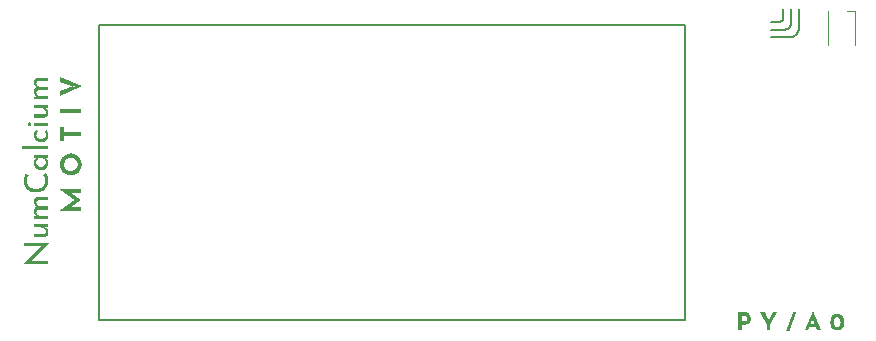
<source format=gbr>
%TF.GenerationSoftware,KiCad,Pcbnew,8.0.5-8.0.5-0~ubuntu22.04.1*%
%TF.CreationDate,2024-11-26T13:48:27+00:00*%
%TF.ProjectId,numcalcium,6e756d63-616c-4636-9975-6d2e6b696361,rev?*%
%TF.SameCoordinates,Original*%
%TF.FileFunction,Legend,Top*%
%TF.FilePolarity,Positive*%
%FSLAX46Y46*%
G04 Gerber Fmt 4.6, Leading zero omitted, Abs format (unit mm)*
G04 Created by KiCad (PCBNEW 8.0.5-8.0.5-0~ubuntu22.04.1) date 2024-11-26 13:48:27*
%MOMM*%
%LPD*%
G01*
G04 APERTURE LIST*
%ADD10C,0.211666*%
%ADD11C,0.150000*%
%ADD12C,0.350000*%
%ADD13C,0.400000*%
%ADD14C,0.250000*%
%ADD15C,0.120000*%
G04 APERTURE END LIST*
D10*
X64166750Y31046208D02*
X65241620Y31046208D01*
X65134456Y31852093D02*
X65146238Y31867086D01*
X66344089Y30709708D02*
X66370599Y30743442D01*
X65835860Y31440099D02*
X65847407Y31469386D01*
X65719001Y31257501D02*
X65739272Y31280902D01*
X65549026Y31124048D02*
X65576033Y31139577D01*
X65177182Y31915368D02*
X65185947Y31932481D01*
X65217020Y32024558D02*
X65220510Y32044102D01*
X65207240Y31986524D02*
X65212588Y32005357D01*
X65212588Y32005357D02*
X65217020Y32024558D01*
X65121982Y31837693D02*
X65134456Y31852093D01*
X66395495Y30778452D02*
X66418722Y30814682D01*
X65675249Y31213749D02*
X65697647Y31235103D01*
X65492651Y31096890D02*
X65521218Y31109805D01*
X65371593Y31059311D02*
X65402795Y31066513D01*
X65885702Y31657943D02*
X65886542Y31691130D01*
X65602200Y31156352D02*
X65627485Y31174333D01*
X65201001Y31968084D02*
X65207240Y31986524D01*
X65241620Y31046208D02*
X65274807Y31047048D01*
X66002615Y30454924D02*
X66042170Y30472807D01*
X64982689Y31738855D02*
X65000269Y31746803D01*
X64828208Y31707667D02*
X64848631Y31708183D01*
X66080673Y30492527D02*
X66118068Y30514028D01*
X65433398Y31075203D02*
X65463364Y31085343D01*
X65878198Y30412863D02*
X65920573Y30424896D01*
X66548000Y31277719D02*
X66548000Y32766000D01*
X65157303Y31882646D02*
X65167626Y31898748D01*
X65185947Y31932481D02*
X65193895Y31950061D01*
X65739272Y31280902D02*
X65758417Y31305265D01*
X65962064Y30438935D02*
X66002615Y30454924D01*
X65822945Y31411532D02*
X65835860Y31440099D01*
X66507854Y31012177D02*
X66519887Y31054552D01*
X65793173Y31356717D02*
X65808702Y31383724D01*
X66042170Y30472807D02*
X66080673Y30492527D01*
X66529858Y31097755D02*
X66537711Y31141729D01*
X64868786Y31709716D02*
X64888648Y31712240D01*
X66316023Y30677307D02*
X66344089Y30709708D01*
X65576033Y31139577D02*
X65602200Y31156352D01*
X66440223Y30852077D02*
X66459943Y30890580D01*
X65886542Y31691130D02*
X65886542Y32766000D01*
X65873439Y31561157D02*
X65879111Y31592916D01*
X64946226Y31725510D02*
X64964666Y31731749D01*
X66493815Y30970686D02*
X66507854Y31012177D01*
X65655031Y30384750D02*
X65700983Y30385912D01*
X66154298Y30537255D02*
X66189308Y30562151D01*
X64927393Y31720162D02*
X64946226Y31725510D01*
X65700983Y30385912D02*
X65746332Y30389360D01*
X64964666Y31731749D02*
X64982689Y31738855D01*
X65746332Y30389360D02*
X65791021Y30395039D01*
X65883212Y31625191D02*
X65885702Y31657943D01*
X64166750Y31707667D02*
X64828208Y31707667D01*
X66543390Y31186418D02*
X66546838Y31231767D01*
X66286455Y30646295D02*
X66316023Y30677307D01*
X66459943Y30890580D02*
X66477826Y30930135D01*
X65402795Y31066513D02*
X65433398Y31075203D01*
X65857547Y31499352D02*
X65866237Y31529955D01*
X65274807Y31047048D02*
X65307559Y31049538D01*
X66418722Y30814682D02*
X66440223Y30852077D01*
X66477826Y30930135D02*
X66493815Y30970686D01*
X65339834Y31053639D02*
X65371593Y31059311D01*
X65000269Y31746803D02*
X65017382Y31755568D01*
X66118068Y30514028D02*
X66154298Y30537255D01*
X65050104Y31775447D02*
X65065664Y31786512D01*
X65034002Y31765124D02*
X65050104Y31775447D01*
X65651848Y31193478D02*
X65675249Y31213749D01*
X65697647Y31235103D02*
X65719001Y31257501D01*
X65463364Y31085343D02*
X65492651Y31096890D01*
X66223042Y30588661D02*
X66255443Y30616727D01*
X65776398Y31330550D02*
X65793173Y31356717D01*
X65758417Y31305265D02*
X65776398Y31330550D01*
X64166750Y30384750D02*
X65655031Y30384750D01*
X65225083Y32104542D02*
X65225083Y32766000D01*
X65521218Y31109805D02*
X65549026Y31124048D01*
X65307559Y31049538D02*
X65339834Y31053639D01*
X66546838Y31231767D02*
X66548000Y31277719D01*
X66537711Y31141729D02*
X66543390Y31186418D01*
X64848631Y31708183D02*
X64868786Y31709716D01*
X66519887Y31054552D02*
X66529858Y31097755D01*
X65167626Y31898748D02*
X65177182Y31915368D01*
X65065664Y31786512D02*
X65080657Y31798294D01*
X66189308Y30562151D02*
X66223042Y30588661D01*
X65866237Y31529955D02*
X65873439Y31561157D01*
X64888648Y31712240D02*
X64908192Y31715730D01*
X65224567Y32084119D02*
X65225083Y32104542D01*
X65108841Y31823909D02*
X65121982Y31837693D01*
X65879111Y31592916D02*
X65883212Y31625191D01*
X65627485Y31174333D02*
X65651848Y31193478D01*
X65808702Y31383724D02*
X65822945Y31411532D01*
X65223034Y32063964D02*
X65224567Y32084119D01*
X66255443Y30616727D02*
X66286455Y30646295D01*
X65920573Y30424896D02*
X65962064Y30438935D01*
X65095057Y31810768D02*
X65108841Y31823909D01*
D11*
X7249601Y31448243D02*
X56906601Y31448243D01*
X56906601Y6429243D01*
X7249601Y6429243D01*
X7249601Y31448243D01*
D10*
X65834995Y30402892D02*
X65878198Y30412863D01*
X65225083Y32766000D02*
X65223034Y32063964D01*
X65847407Y31469386D02*
X65857547Y31499352D01*
X65146238Y31867086D02*
X65157303Y31882646D01*
X65193895Y31950061D02*
X65201001Y31968084D01*
X65791021Y30395039D02*
X65834995Y30402892D01*
X65017382Y31755568D02*
X65034002Y31765124D01*
X65080657Y31798294D02*
X65095057Y31810768D01*
X64908192Y31715730D02*
X64927393Y31720162D01*
X65220510Y32044102D02*
X65223034Y32063964D01*
X66370599Y30743442D02*
X66395495Y30778452D01*
D12*
G36*
X61962585Y7131622D02*
G01*
X62037678Y7122419D01*
X62116629Y7104387D01*
X62188254Y7078340D01*
X62205015Y7070577D01*
X62274602Y7030368D01*
X62334163Y6981872D01*
X62383696Y6925087D01*
X62406882Y6889959D01*
X62440353Y6821006D01*
X62462871Y6745214D01*
X62473690Y6672101D01*
X62476124Y6613720D01*
X62471408Y6536740D01*
X62457260Y6459397D01*
X62447548Y6423577D01*
X62421651Y6354609D01*
X62382898Y6285475D01*
X62357422Y6250653D01*
X62305061Y6196678D01*
X62240850Y6151254D01*
X62191459Y6125723D01*
X62122008Y6100800D01*
X62043254Y6085108D01*
X61964422Y6078878D01*
X61936470Y6078462D01*
X61718117Y6078462D01*
X61718117Y5589000D01*
X61413668Y5589000D01*
X61413668Y6374484D01*
X61718117Y6374484D01*
X61934272Y6374484D01*
X62008361Y6383009D01*
X62049676Y6398665D01*
X62109729Y6444049D01*
X62122217Y6459481D01*
X62156878Y6526119D01*
X62159952Y6536051D01*
X62171676Y6605294D01*
X62164348Y6667210D01*
X62138129Y6738500D01*
X62133940Y6745978D01*
X62083118Y6800548D01*
X62063598Y6813023D01*
X61991785Y6836636D01*
X61936470Y6840500D01*
X61718117Y6840500D01*
X61718117Y6374484D01*
X61413668Y6374484D01*
X61413668Y7134690D01*
X61881882Y7134690D01*
X61962585Y7131622D01*
G37*
G36*
X63830939Y6070036D02*
G01*
X63261976Y7134690D01*
X63637866Y7134690D01*
X64036836Y6332353D01*
X63946711Y6326124D01*
X64339453Y7134690D01*
X64715343Y7134690D01*
X64135388Y6070036D01*
X64135388Y5589000D01*
X63830939Y5589000D01*
X63830939Y6070036D01*
G37*
G36*
X66324048Y7166198D02*
G01*
X66296090Y7090174D01*
X66268132Y7014188D01*
X66240174Y6938241D01*
X66212216Y6862333D01*
X66184257Y6786463D01*
X66156299Y6710632D01*
X66128341Y6634840D01*
X66100383Y6559086D01*
X66072425Y6483371D01*
X66044467Y6407695D01*
X66025828Y6357265D01*
X65997870Y6281683D01*
X65969911Y6206063D01*
X65941953Y6130404D01*
X65913995Y6054706D01*
X65886037Y5978969D01*
X65858079Y5903194D01*
X65830121Y5827380D01*
X65802162Y5751528D01*
X65774204Y5675637D01*
X65746246Y5599707D01*
X65727607Y5549066D01*
X65462726Y5549066D01*
X65490684Y5625021D01*
X65518642Y5700938D01*
X65546600Y5776816D01*
X65574559Y5852656D01*
X65602517Y5928457D01*
X65630475Y6004219D01*
X65658433Y6079943D01*
X65686391Y6155628D01*
X65714350Y6231274D01*
X65742308Y6306882D01*
X65760946Y6357265D01*
X65788905Y6432916D01*
X65816863Y6508605D01*
X65844821Y6584333D01*
X65872779Y6660100D01*
X65900737Y6735905D01*
X65928696Y6811749D01*
X65956654Y6887631D01*
X65984612Y6963552D01*
X66012570Y7039512D01*
X66040528Y7115511D01*
X66059167Y7166198D01*
X66324048Y7166198D01*
G37*
G36*
X67017576Y5589000D02*
G01*
X67714767Y7195507D01*
X67731620Y7195507D01*
X68428811Y5589000D01*
X68076002Y5589000D01*
X67630870Y6718867D01*
X67851055Y6870175D01*
X67317628Y5589000D01*
X67017576Y5589000D01*
G37*
G36*
X67494216Y6147705D02*
G01*
X67958399Y6147705D01*
X68065378Y5891250D01*
X67399694Y5891250D01*
X67494216Y6147705D01*
G37*
G36*
X69867767Y6993922D02*
G01*
X69945494Y6979892D01*
X70019931Y6955905D01*
X70089945Y6921823D01*
X70153897Y6877005D01*
X70206777Y6826944D01*
X70253982Y6767940D01*
X70294389Y6699919D01*
X70324944Y6630992D01*
X70333905Y6606393D01*
X70356220Y6527642D01*
X70369924Y6451363D01*
X70377858Y6369178D01*
X70380067Y6292419D01*
X70377858Y6213181D01*
X70371232Y6138957D01*
X70358248Y6060268D01*
X70339495Y5988129D01*
X70333905Y5971117D01*
X70305099Y5899398D01*
X70266431Y5828888D01*
X70220750Y5768037D01*
X70205678Y5751665D01*
X70146739Y5698555D01*
X70082259Y5656094D01*
X70018832Y5626735D01*
X69945021Y5603999D01*
X69867660Y5590701D01*
X69794251Y5586801D01*
X69720699Y5590916D01*
X69642850Y5604946D01*
X69568204Y5628933D01*
X69498356Y5663180D01*
X69434395Y5707991D01*
X69381358Y5757893D01*
X69334346Y5816898D01*
X69294060Y5884919D01*
X69263554Y5953846D01*
X69254596Y5978445D01*
X69232282Y6057196D01*
X69218577Y6133474D01*
X69210643Y6215660D01*
X69208434Y6292419D01*
X69208488Y6294617D01*
X69525339Y6294617D01*
X69528067Y6217744D01*
X69537263Y6139511D01*
X69548420Y6084690D01*
X69573039Y6014300D01*
X69616020Y5949010D01*
X69630120Y5934481D01*
X69695078Y5894510D01*
X69767002Y5879664D01*
X69792053Y5878794D01*
X69869805Y5887984D01*
X69940436Y5921429D01*
X69955817Y5934481D01*
X70003468Y5995623D01*
X70032393Y6063069D01*
X70038982Y6086522D01*
X70053717Y6161999D01*
X70061249Y6236345D01*
X70063162Y6300845D01*
X70060305Y6377199D01*
X70050671Y6453680D01*
X70038982Y6506376D01*
X70011163Y6578474D01*
X69966571Y6640002D01*
X69955817Y6650357D01*
X69890639Y6689013D01*
X69817612Y6703371D01*
X69792053Y6704212D01*
X69715663Y6695203D01*
X69645553Y6662418D01*
X69630120Y6649624D01*
X69582973Y6590076D01*
X69553060Y6519390D01*
X69548420Y6502346D01*
X69534355Y6429857D01*
X69526782Y6350877D01*
X69525339Y6294617D01*
X69208488Y6294617D01*
X69210538Y6377420D01*
X69216849Y6456109D01*
X69229214Y6538312D01*
X69247074Y6612272D01*
X69252398Y6629474D01*
X69279881Y6701464D01*
X69316875Y6771459D01*
X69360667Y6830936D01*
X69375130Y6846728D01*
X69432617Y6897520D01*
X69496770Y6937057D01*
X69560877Y6963232D01*
X69636884Y6983047D01*
X69709813Y6993924D01*
X69786392Y6998002D01*
X69794251Y6998036D01*
X69867767Y6993922D01*
G37*
D13*
G36*
X5798501Y15726946D02*
G01*
X3921677Y15726946D01*
X3921677Y15729083D01*
X5342865Y16731395D01*
X5308671Y16579232D01*
X3921677Y17578979D01*
X3921677Y17583680D01*
X5798501Y17583680D01*
X5798501Y17228490D01*
X4723099Y17228490D01*
X4906892Y17250716D01*
X5774137Y16640781D01*
X5774137Y16635652D01*
X4906892Y16008619D01*
X4737632Y16069741D01*
X5798501Y16069741D01*
X5798501Y15726946D01*
G37*
G36*
X4993205Y20571140D02*
G01*
X5084166Y20557596D01*
X5172082Y20535023D01*
X5256953Y20503420D01*
X5337763Y20463777D01*
X5413497Y20417080D01*
X5484156Y20363332D01*
X5549739Y20302531D01*
X5609365Y20235826D01*
X5662152Y20164365D01*
X5708100Y20088150D01*
X5747210Y20007180D01*
X5778251Y19922470D01*
X5800424Y19835034D01*
X5813728Y19744875D01*
X5818162Y19651990D01*
X5813728Y19557983D01*
X5800424Y19467022D01*
X5778251Y19379106D01*
X5747210Y19294235D01*
X5708100Y19213425D01*
X5662152Y19137691D01*
X5609365Y19067032D01*
X5549739Y19001449D01*
X5484156Y18941850D01*
X5413497Y18889143D01*
X5337763Y18843328D01*
X5256953Y18804406D01*
X5172082Y18773364D01*
X5084166Y18751192D01*
X4993205Y18737888D01*
X4899198Y18733453D01*
X4807436Y18737888D01*
X4718077Y18751192D01*
X4631123Y18773364D01*
X4546573Y18804406D01*
X4465602Y18843328D01*
X4389387Y18889143D01*
X4317927Y18941850D01*
X4251222Y19001449D01*
X4190341Y19067032D01*
X4136352Y19137691D01*
X4089255Y19213425D01*
X4049050Y19294235D01*
X4016886Y19379106D01*
X3993912Y19467022D01*
X3980128Y19557983D01*
X3975533Y19651990D01*
X3975660Y19654554D01*
X4318755Y19654554D01*
X4324946Y19568802D01*
X4345626Y19481330D01*
X4362780Y19436568D01*
X4404476Y19358977D01*
X4458022Y19289428D01*
X4486733Y19260041D01*
X4555631Y19203868D01*
X4633135Y19158982D01*
X4671808Y19142072D01*
X4760061Y19115228D01*
X4846535Y19102595D01*
X4899198Y19100612D01*
X4987054Y19106622D01*
X5077212Y19126699D01*
X5123596Y19143354D01*
X5204036Y19184002D01*
X5276575Y19235796D01*
X5307389Y19263460D01*
X5366129Y19330339D01*
X5413159Y19405260D01*
X5430915Y19442551D01*
X5459419Y19528238D01*
X5472833Y19612718D01*
X5474940Y19664385D01*
X5467674Y19755194D01*
X5445877Y19840783D01*
X5430915Y19878525D01*
X5389290Y19954862D01*
X5335955Y20022734D01*
X5307389Y20051205D01*
X5238497Y20105647D01*
X5161704Y20149507D01*
X5123596Y20166182D01*
X5036249Y20193303D01*
X4950988Y20206065D01*
X4899198Y20208070D01*
X4809920Y20202059D01*
X4725450Y20184027D01*
X4671808Y20165327D01*
X4590332Y20125308D01*
X4517463Y20074708D01*
X4486733Y20047785D01*
X4427717Y19982778D01*
X4380552Y19909306D01*
X4362780Y19872541D01*
X4334276Y19788108D01*
X4320303Y19698031D01*
X4318755Y19654554D01*
X3975660Y19654554D01*
X3980128Y19744875D01*
X3993912Y19835034D01*
X4016886Y19922470D01*
X4049050Y20007180D01*
X4089255Y20088150D01*
X4136352Y20164365D01*
X4190341Y20235826D01*
X4251222Y20302531D01*
X4317927Y20363332D01*
X4389387Y20417080D01*
X4465602Y20463777D01*
X4546573Y20503420D01*
X4631123Y20535023D01*
X4718077Y20557596D01*
X4807436Y20571140D01*
X4899198Y20575655D01*
X4993205Y20571140D01*
G37*
G36*
X3995194Y21603612D02*
G01*
X3995194Y22818781D01*
X4338417Y22818781D01*
X4338417Y22380243D01*
X5798501Y22380243D01*
X5798501Y22025053D01*
X4338417Y22025053D01*
X4338417Y21603612D01*
X3995194Y21603612D01*
G37*
G36*
X3995194Y23955732D02*
G01*
X3995194Y24310922D01*
X5798501Y24310922D01*
X5798501Y23955732D01*
X3995194Y23955732D01*
G37*
G36*
X3995194Y25843241D02*
G01*
X5293712Y26369828D01*
X5252251Y26164237D01*
X3995194Y26641670D01*
X3995194Y27063112D01*
X5881848Y26239891D01*
X3995194Y25416670D01*
X3995194Y25843241D01*
G37*
D14*
G36*
X3027945Y12967289D02*
G01*
X1438901Y11402181D01*
X1458441Y11480827D01*
X2962000Y11486200D01*
X2962000Y11213137D01*
X876166Y11213137D01*
X876166Y11225838D01*
X2469117Y12774337D01*
X2455440Y12711323D01*
X937715Y12705461D01*
X937715Y12975593D01*
X3027945Y12975593D01*
X3027945Y12967289D01*
G37*
G36*
X3006940Y13859752D02*
G01*
X2995511Y13756746D01*
X2956974Y13659911D01*
X2910220Y13597924D01*
X2829643Y13534887D01*
X2732991Y13498914D01*
X2659627Y13489969D01*
X1802823Y13489969D01*
X1802823Y13751797D01*
X2567303Y13751797D01*
X2666623Y13774085D01*
X2720688Y13806996D01*
X2772627Y13891412D01*
X2782725Y13963311D01*
X2766595Y14060700D01*
X2725572Y14137701D01*
X2652610Y14211263D01*
X2568769Y14261288D01*
X2469550Y14294597D01*
X2366487Y14307286D01*
X2343088Y14307694D01*
X1802823Y14307694D01*
X1802823Y14569522D01*
X2962000Y14569522D01*
X2962000Y14333095D01*
X2677701Y14310625D01*
X2728015Y14323325D01*
X2813040Y14273403D01*
X2872118Y14220255D01*
X2931732Y14141218D01*
X2971281Y14060032D01*
X2998025Y13963800D01*
X3006905Y13866484D01*
X3006940Y13859752D01*
G37*
G36*
X1802823Y15253402D02*
G01*
X2063186Y15275872D01*
X2040715Y15263172D01*
X1956122Y15314024D01*
X1879243Y15384378D01*
X1832132Y15447331D01*
X1785993Y15541899D01*
X1762406Y15637034D01*
X1756417Y15720883D01*
X1766463Y15822893D01*
X1788168Y15892830D01*
X1837551Y15977361D01*
X1877073Y16018371D01*
X1963025Y16068410D01*
X2016780Y16082362D01*
X2027038Y16066731D01*
X1939317Y16125029D01*
X1867395Y16197340D01*
X1828224Y16253332D01*
X1784467Y16344351D01*
X1760905Y16439354D01*
X1756417Y16504903D01*
X1765862Y16604069D01*
X1798071Y16697504D01*
X1853137Y16774547D01*
X1933714Y16835913D01*
X2030366Y16869801D01*
X2103730Y16877129D01*
X2962000Y16877129D01*
X2962000Y16616766D01*
X2198985Y16616766D01*
X2098693Y16598638D01*
X2049508Y16573290D01*
X1992312Y16489143D01*
X1983563Y16432118D01*
X2000796Y16330123D01*
X2044623Y16250890D01*
X2114355Y16180304D01*
X2202404Y16126815D01*
X2296865Y16094264D01*
X2397980Y16079960D01*
X2411965Y16079431D01*
X2962000Y16079431D01*
X2962000Y15817603D01*
X2198985Y15817603D01*
X2098693Y15798102D01*
X2049508Y15771197D01*
X1993779Y15689522D01*
X1983563Y15627094D01*
X2000796Y15525237D01*
X2044623Y15446354D01*
X2114721Y15376623D01*
X2203870Y15323744D01*
X2299275Y15292188D01*
X2400476Y15279952D01*
X2414407Y15279780D01*
X2962000Y15279780D01*
X2962000Y15017952D01*
X1802823Y15017952D01*
X1802823Y15253402D01*
G37*
G36*
X2810569Y18880408D02*
G01*
X2860839Y18794771D01*
X2886284Y18743632D01*
X2924997Y18648988D01*
X2953461Y18554354D01*
X2957115Y18539934D01*
X2975533Y18442081D01*
X2983955Y18336649D01*
X2984470Y18285433D01*
X2979448Y18184667D01*
X2964549Y18075002D01*
X2939880Y17971199D01*
X2905442Y17873258D01*
X2900450Y17861427D01*
X2856181Y17770874D01*
X2804463Y17687282D01*
X2737375Y17601561D01*
X2678678Y17540981D01*
X2596220Y17471622D01*
X2507116Y17411923D01*
X2411366Y17361884D01*
X2355300Y17338259D01*
X2262396Y17307271D01*
X2166378Y17285136D01*
X2067246Y17271856D01*
X1965000Y17267429D01*
X1853870Y17272008D01*
X1747136Y17285747D01*
X1644798Y17308645D01*
X1546856Y17340702D01*
X1454044Y17381398D01*
X1367582Y17429728D01*
X1287471Y17485690D01*
X1213709Y17549285D01*
X1139048Y17629184D01*
X1074434Y17716656D01*
X1019865Y17811702D01*
X993891Y17867778D01*
X959483Y17961781D01*
X934906Y18060119D01*
X920160Y18162792D01*
X915244Y18269801D01*
X919147Y18369587D01*
X932638Y18474115D01*
X955764Y18571965D01*
X964581Y18600018D01*
X1000127Y18697147D01*
X1043381Y18791784D01*
X1078887Y18855007D01*
X1333877Y18746075D01*
X1281663Y18659471D01*
X1236222Y18564503D01*
X1226898Y18542376D01*
X1196536Y18449114D01*
X1180187Y18348844D01*
X1177073Y18278106D01*
X1184057Y18179029D01*
X1205010Y18083301D01*
X1236180Y17999180D01*
X1282021Y17911863D01*
X1338945Y17831935D01*
X1400311Y17765684D01*
X1477007Y17701582D01*
X1562015Y17647638D01*
X1646508Y17607415D01*
X1745998Y17574876D01*
X1851030Y17555843D01*
X1951323Y17550262D01*
X2051453Y17555318D01*
X2156637Y17572561D01*
X2256626Y17602041D01*
X2349353Y17643008D01*
X2433422Y17694711D01*
X2502334Y17751030D01*
X2573913Y17829729D01*
X2628182Y17911405D01*
X2664512Y17985014D01*
X2697607Y18082637D01*
X2716965Y18188110D01*
X2722642Y18290806D01*
X2717100Y18393388D01*
X2698416Y18495683D01*
X2675747Y18565824D01*
X2635468Y18656291D01*
X2583583Y18743846D01*
X2568769Y18764149D01*
X2810569Y18880408D01*
G37*
G36*
X2962000Y20199320D02*
G01*
X2768869Y20199320D01*
X2798357Y20178315D01*
X2867181Y20104935D01*
X2886773Y20079152D01*
X2936423Y19994392D01*
X2960534Y19936026D01*
X2984233Y19838619D01*
X2989843Y19754309D01*
X2983022Y19654990D01*
X2959760Y19552571D01*
X2919990Y19457310D01*
X2864173Y19372486D01*
X2792772Y19300706D01*
X2714337Y19246773D01*
X2623548Y19205814D01*
X2520927Y19180026D01*
X2418454Y19169786D01*
X2382167Y19169103D01*
X2277058Y19175518D01*
X2180449Y19194760D01*
X2083076Y19231187D01*
X2047066Y19250192D01*
X1965531Y19306473D01*
X1890608Y19380613D01*
X1831155Y19467568D01*
X1788048Y19564047D01*
X1762834Y19666760D01*
X1755440Y19765545D01*
X1759535Y19815859D01*
X1970862Y19815859D01*
X1983441Y19716330D01*
X2021176Y19624861D01*
X2081382Y19546337D01*
X2161371Y19485642D01*
X2251725Y19448476D01*
X2355172Y19434065D01*
X2369955Y19433863D01*
X2471478Y19445562D01*
X2563555Y19480660D01*
X2575119Y19487108D01*
X2657184Y19549390D01*
X2720688Y19629745D01*
X2760988Y19723046D01*
X2774421Y19824163D01*
X2764219Y19921551D01*
X2738273Y19998552D01*
X2684262Y20081657D01*
X2635203Y20128001D01*
X2547529Y20178123D01*
X2477422Y20199320D01*
X2249299Y20199320D01*
X2158499Y20161334D01*
X2104707Y20121651D01*
X2039929Y20047836D01*
X2006521Y19987806D01*
X1976747Y19889482D01*
X1970862Y19815859D01*
X1759535Y19815859D01*
X1764098Y19871930D01*
X1793293Y19974032D01*
X1828713Y20041050D01*
X1893084Y20123468D01*
X1967130Y20188150D01*
X1986535Y20200522D01*
X1802823Y20220325D01*
X1802823Y20461148D01*
X2962000Y20461148D01*
X2962000Y20199320D01*
G37*
G36*
X793612Y20909090D02*
G01*
X793612Y21170918D01*
X2962000Y21170918D01*
X2962000Y20909090D01*
X793612Y20909090D01*
G37*
G36*
X2854044Y22562614D02*
G01*
X2910464Y22476884D01*
X2951380Y22382760D01*
X2953695Y22376012D01*
X2978406Y22280656D01*
X2989525Y22177452D01*
X2989843Y22156682D01*
X2983893Y22053938D01*
X2963323Y21948208D01*
X2928060Y21851350D01*
X2914616Y21824023D01*
X2861379Y21740675D01*
X2789154Y21663098D01*
X2702614Y21600297D01*
X2612454Y21557793D01*
X2512944Y21531031D01*
X2415391Y21520405D01*
X2381190Y21519697D01*
X2280915Y21526459D01*
X2178562Y21549833D01*
X2085750Y21589905D01*
X2059766Y21605182D01*
X1980340Y21663905D01*
X1906965Y21740732D01*
X1848252Y21830374D01*
X1808839Y21919904D01*
X1782345Y22022795D01*
X1773587Y22120339D01*
X1773514Y22130304D01*
X1779009Y22230894D01*
X1797366Y22330409D01*
X1812593Y22379920D01*
X1852210Y22470387D01*
X1906692Y22554658D01*
X1919083Y22569941D01*
X2089564Y22439515D01*
X2037426Y22356425D01*
X2019222Y22316905D01*
X1991936Y22218445D01*
X1987471Y22152774D01*
X2000415Y22054711D01*
X2039250Y21965684D01*
X2104743Y21885683D01*
X2179934Y21831351D01*
X2274700Y21793981D01*
X2374191Y21781574D01*
X2381190Y21781525D01*
X2484383Y21794226D01*
X2579027Y21832327D01*
X2659993Y21893144D01*
X2722153Y21973011D01*
X2761354Y22069121D01*
X2774370Y22170537D01*
X2774421Y22177687D01*
X2762813Y22278869D01*
X2751951Y22315440D01*
X2706704Y22406184D01*
X2690401Y22428280D01*
X2854044Y22562614D01*
G37*
G36*
X1802823Y22896249D02*
G01*
X1802823Y23158078D01*
X2962000Y23158078D01*
X2962000Y22896249D01*
X1802823Y22896249D01*
G37*
G36*
X1394449Y22878175D02*
G01*
X1301003Y22916323D01*
X1290401Y22928001D01*
X1249894Y23017298D01*
X1248880Y23034979D01*
X1280670Y23128585D01*
X1290401Y23140492D01*
X1379146Y23186654D01*
X1394449Y23187387D01*
X1488963Y23151483D01*
X1499473Y23140492D01*
X1539384Y23049451D01*
X1540018Y23034979D01*
X1508602Y22940572D01*
X1498985Y22928001D01*
X1413616Y22879392D01*
X1394449Y22878175D01*
G37*
G36*
X3006940Y23977268D02*
G01*
X2995511Y23874262D01*
X2956974Y23777427D01*
X2910220Y23715440D01*
X2829643Y23652402D01*
X2732991Y23616430D01*
X2659627Y23607484D01*
X1802823Y23607484D01*
X1802823Y23869313D01*
X2567303Y23869313D01*
X2666623Y23891600D01*
X2720688Y23924512D01*
X2772627Y24008928D01*
X2782725Y24080827D01*
X2766595Y24178216D01*
X2725572Y24255217D01*
X2652610Y24328779D01*
X2568769Y24378803D01*
X2469550Y24412113D01*
X2366487Y24424802D01*
X2343088Y24425210D01*
X1802823Y24425210D01*
X1802823Y24687038D01*
X2962000Y24687038D01*
X2962000Y24450611D01*
X2677701Y24428140D01*
X2728015Y24440841D01*
X2813040Y24390918D01*
X2872118Y24337771D01*
X2931732Y24258734D01*
X2971281Y24177547D01*
X2998025Y24081316D01*
X3006905Y23984000D01*
X3006940Y23977268D01*
G37*
G36*
X1802823Y25370918D02*
G01*
X2063186Y25393388D01*
X2040715Y25380688D01*
X1956122Y25431540D01*
X1879243Y25501894D01*
X1832132Y25564847D01*
X1785993Y25659414D01*
X1762406Y25754550D01*
X1756417Y25838399D01*
X1766463Y25940408D01*
X1788168Y26010346D01*
X1837551Y26094877D01*
X1877073Y26135886D01*
X1963025Y26185925D01*
X2016780Y26199878D01*
X2027038Y26184247D01*
X1939317Y26242544D01*
X1867395Y26314855D01*
X1828224Y26370848D01*
X1784467Y26461867D01*
X1760905Y26556870D01*
X1756417Y26622418D01*
X1765862Y26721585D01*
X1798071Y26815020D01*
X1853137Y26892062D01*
X1933714Y26953428D01*
X2030366Y26987317D01*
X2103730Y26994644D01*
X2962000Y26994644D01*
X2962000Y26734281D01*
X2198985Y26734281D01*
X2098693Y26716154D01*
X2049508Y26690806D01*
X1992312Y26606659D01*
X1983563Y26549634D01*
X2000796Y26447639D01*
X2044623Y26368406D01*
X2114355Y26297819D01*
X2202404Y26244330D01*
X2296865Y26211780D01*
X2397980Y26197476D01*
X2411965Y26196947D01*
X2962000Y26196947D01*
X2962000Y25935119D01*
X2198985Y25935119D01*
X2098693Y25915618D01*
X2049508Y25888713D01*
X1993779Y25807038D01*
X1983563Y25744609D01*
X2000796Y25642753D01*
X2044623Y25563870D01*
X2114721Y25494138D01*
X2203870Y25441260D01*
X2299275Y25409704D01*
X2400476Y25397468D01*
X2414407Y25397296D01*
X2962000Y25397296D01*
X2962000Y25135468D01*
X1802823Y25135468D01*
X1802823Y25370918D01*
G37*
D15*
%TO.C,D26*%
X71296000Y32620000D02*
X71296000Y29780000D01*
X71296000Y32620000D02*
X70646000Y32620000D01*
X68996000Y32620000D02*
X68996000Y29780000D01*
%TD*%
M02*

</source>
